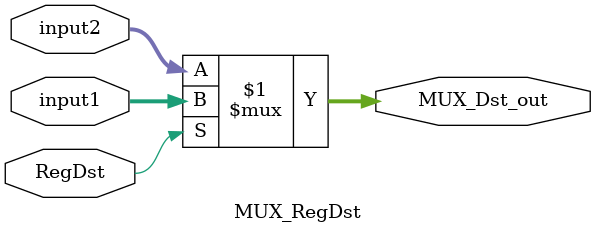
<source format=sv>
module MUX_RegDst(
input logic RegDst,
input logic[4:0]input1, input2,
output logic[4:0] MUX_Dst_out);

assign MUX_Dst_out = RegDst ? input1 : input2;

endmodule

</source>
